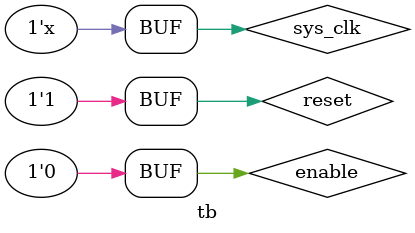
<source format=v>
`timescale 1ns / 1ps


module tb( );
    reg reset;
    reg enable;
    reg sys_clk;
    wire[31:0] coord_r;
    wire[31:0] coord_g;
    wire[31:0] coord_b;
    wire[31:0] coord_y;
    wire ready_r;
    wire ready_g;
    wire ready_b;
    wire ready_y;
    wire all_done;
    
    design_1_wrapper dut
    (.RESET(reset),
     .EN(enable),
     .CLK(sys_clk),
     .COLOR_RED(2'b00),
     .COLOR_GREEN(2'b01),
     .COLOR_BLUE(2'b10),
     .COLOR_YELLOW(2'b11),
     .COORD_RED(coord_r),
     .COORD_GREEN(coord_g),
     .COORD_BLUE(coord_b),
     .COORD_YELLOW(coord_y),
     .READY_RED(ready_r),
     .READY_GREEN(ready_g),
     .READY_BLUE(ready_b),
     .READY_YELLOW(ready_y),
     .ALL_DONE(all_done),
     .INTERVAL(16'b0100111000100000)    // 15,000
     );


     
     always #5 sys_clk = ~sys_clk;
         
     initial
        begin
            sys_clk = 1'b0;
            reset = 1'b1;
            enable = 1'b0;
            #8 enable = 1'b1;
            #2500000 enable = 1'b0;
//            #5000 reset = 1'b0;
//            #1 reset = 1'b1;
//            #2000 reset = 1'b0;
//            #1 reset = 1'b1;
//            #2000 enable = 1'b0;
//            #500 enable = 1'b1;
        end
endmodule

</source>
